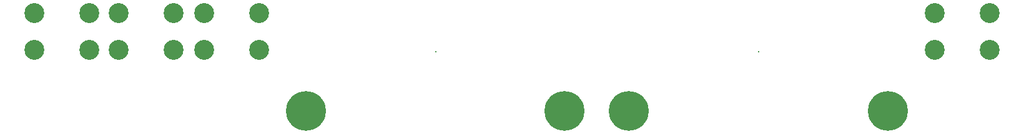
<source format=gts>
G04 Layer_Color=20142*
%FSLAX25Y25*%
%MOIN*%
G70*
G01*
G75*
%ADD17C,0.10642*%
%ADD18C,0.02800*%
%ADD19C,0.21272*%
%ADD20C,0.00800*%
D17*
X533744Y260842D02*
D03*
X504256D02*
D03*
Y241158D02*
D03*
X533744D02*
D03*
X578744Y260842D02*
D03*
X549256D02*
D03*
Y241158D02*
D03*
X578744D02*
D03*
X624244Y260842D02*
D03*
X594756D02*
D03*
Y241158D02*
D03*
X624244D02*
D03*
X1014244Y260842D02*
D03*
X984756D02*
D03*
Y241158D02*
D03*
X1014244D02*
D03*
D18*
X787461Y217000D02*
D03*
X795961Y208500D02*
D03*
X787461Y200000D02*
D03*
X778961Y208500D02*
D03*
X793563Y214602D02*
D03*
X781358D02*
D03*
Y202398D02*
D03*
X793563D02*
D03*
X649181Y217000D02*
D03*
X657681Y208500D02*
D03*
X649181Y200000D02*
D03*
X640681Y208500D02*
D03*
X655283Y214602D02*
D03*
X643079D02*
D03*
Y202398D02*
D03*
X655283D02*
D03*
X959961Y217000D02*
D03*
X968461Y208500D02*
D03*
X959961Y200000D02*
D03*
X951461Y208500D02*
D03*
X966063Y214602D02*
D03*
X953858D02*
D03*
Y202398D02*
D03*
X966063D02*
D03*
X821681Y217000D02*
D03*
X830181Y208500D02*
D03*
X821681Y200000D02*
D03*
X813181Y208500D02*
D03*
X827783Y214602D02*
D03*
X815579D02*
D03*
Y202398D02*
D03*
X827783D02*
D03*
D19*
X787390Y208500D02*
D03*
X649110D02*
D03*
X959890D02*
D03*
X821610D02*
D03*
D20*
X718500Y240000D02*
D03*
X891000D02*
D03*
M02*

</source>
